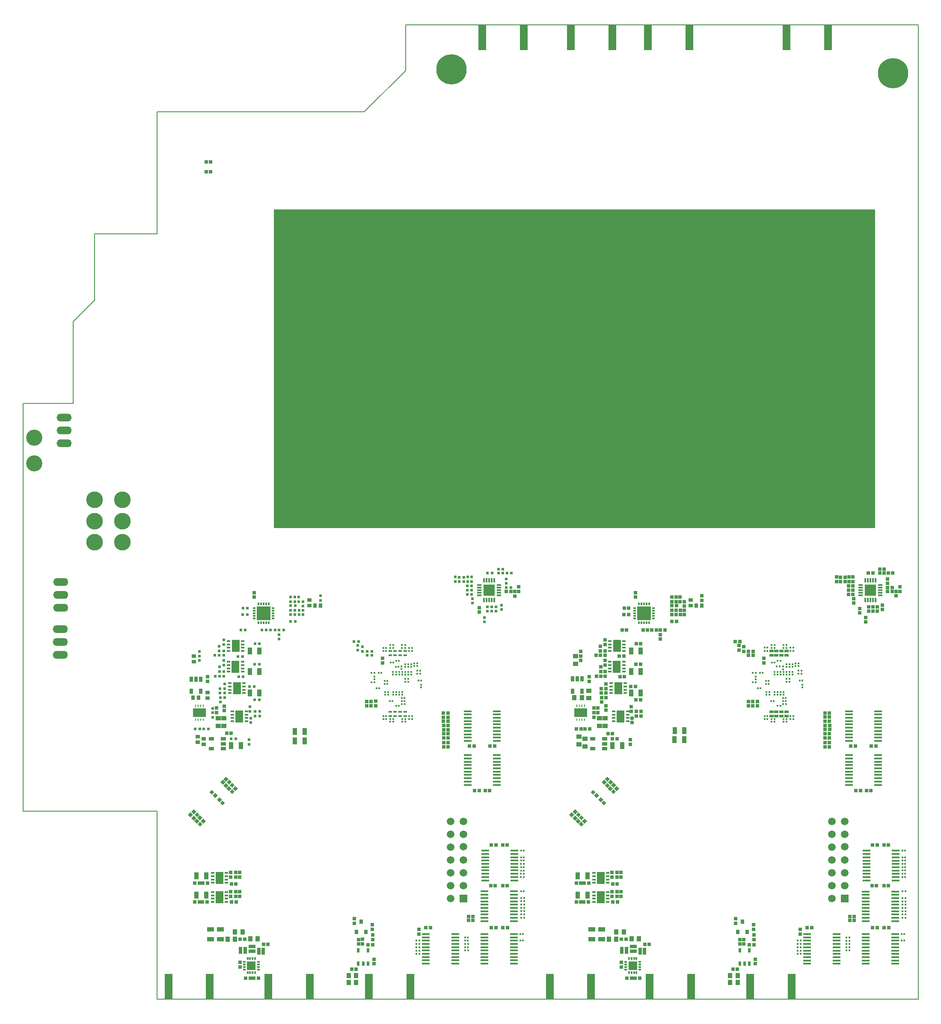
<source format=gbs>
G04 #@! TF.FileFunction,Soldermask,Bot*
%FSLAX46Y46*%
G04 Gerber Fmt 4.6, Leading zero omitted, Abs format (unit mm)*
G04 Created by KiCad (PCBNEW 4.0.7-e2-6376~61~ubuntu18.04.1) date Mon May 30 11:29:29 2022*
%MOMM*%
%LPD*%
G01*
G04 APERTURE LIST*
%ADD10C,0.150000*%
%ADD11C,0.200000*%
%ADD12C,1.500000*%
%ADD13R,1.500000X1.500000*%
%ADD14R,1.500000X0.450000*%
%ADD15R,1.000000X0.700000*%
%ADD16R,0.693420X0.693420*%
%ADD17R,0.899160X1.399540*%
%ADD18R,0.750000X0.400000*%
%ADD19R,1.600000X2.350000*%
%ADD20C,0.250000*%
%ADD21R,0.250000X0.400000*%
%ADD22R,2.540000X1.700000*%
%ADD23R,0.998120X0.898120*%
%ADD24R,0.898120X0.998120*%
%ADD25R,0.650000X0.300000*%
%ADD26R,0.798500X0.897560*%
%ADD27R,0.897560X0.798500*%
%ADD28R,0.595300X0.595300*%
%ADD29R,0.299720X0.949960*%
%ADD30R,0.949960X0.299720*%
%ADD31R,2.250440X2.250440*%
%ADD32R,0.350000X0.300000*%
%ADD33R,0.300000X0.350000*%
%ADD34R,0.657860X0.355600*%
%ADD35R,0.495300X0.495300*%
%ADD36R,0.855980X0.553720*%
%ADD37R,0.500000X0.300000*%
%ADD38R,0.300000X0.600000*%
%ADD39R,1.750000X1.750000*%
%ADD40R,1.399540X0.899160*%
%ADD41R,0.600000X0.900000*%
%ADD42R,0.800000X0.900000*%
%ADD43R,1.496060X5.000000*%
%ADD44O,2.994660X1.524000*%
%ADD45C,3.198120*%
%ADD46C,3.298120*%
%ADD47R,0.700000X1.000000*%
%ADD48R,0.350000X0.600000*%
%ADD49R,0.600000X0.350000*%
%ADD50R,2.800000X2.800000*%
%ADD51C,5.000000*%
%ADD52C,6.000000*%
%ADD53C,0.254000*%
G04 APERTURE END LIST*
D10*
D11*
X63390000Y-111490000D02*
X63390000Y-87350000D01*
X50960000Y-111490000D02*
X63390000Y-111490000D01*
X50960000Y-124590000D02*
X50960000Y-111490000D01*
X46770000Y-128780000D02*
X50960000Y-124590000D01*
X46770000Y-145000000D02*
X46770000Y-128780000D01*
X36820000Y-145000000D02*
X46770000Y-145000000D01*
X63390000Y-225550000D02*
X63390000Y-262740000D01*
X36820000Y-225550000D02*
X63390000Y-225550000D01*
X36820000Y-145000000D02*
X36820000Y-225550000D01*
X104330000Y-87350000D02*
X63390000Y-87350000D01*
X112510000Y-79170000D02*
X104330000Y-87350000D01*
X112510000Y-70160000D02*
X112510000Y-79170000D01*
X213990000Y-70160000D02*
X112510000Y-70160000D01*
X213990000Y-262740000D02*
X213990000Y-70160000D01*
X63390000Y-262740000D02*
X213990000Y-262740000D01*
D12*
X196870000Y-227590000D03*
X196870000Y-230130000D03*
X196870000Y-232670000D03*
X196870000Y-235210000D03*
X196870000Y-237750000D03*
X196870000Y-240290000D03*
X196870000Y-242830000D03*
X199410000Y-227590000D03*
X199410000Y-230130000D03*
X199410000Y-232640000D03*
X199410000Y-235210000D03*
X199410000Y-237750000D03*
X199410000Y-240290000D03*
D13*
X199410000Y-242830000D03*
D12*
X121430000Y-227590000D03*
X121430000Y-230130000D03*
X121430000Y-232670000D03*
X121430000Y-235210000D03*
X121430000Y-237750000D03*
X121430000Y-240290000D03*
X121430000Y-242830000D03*
X123970000Y-227590000D03*
X123970000Y-230130000D03*
X123970000Y-232640000D03*
X123970000Y-235210000D03*
X123970000Y-237750000D03*
X123970000Y-240290000D03*
D13*
X123970000Y-242830000D03*
D14*
X116530000Y-249885000D03*
X116530000Y-255735000D03*
X122330000Y-255735000D03*
X122330000Y-249885000D03*
X116530000Y-250535000D03*
X116530000Y-251185000D03*
X116530000Y-251835000D03*
X116530000Y-252485000D03*
X116530000Y-253135000D03*
X116530000Y-253785000D03*
X116530000Y-254435000D03*
X116530000Y-255085000D03*
X122330000Y-255085000D03*
X122330000Y-254435000D03*
X122330000Y-253785000D03*
X122330000Y-253135000D03*
X122330000Y-250535000D03*
X122330000Y-251185000D03*
X122330000Y-251835000D03*
X122330000Y-252485000D03*
D15*
X149540000Y-211300000D03*
X149540000Y-213200000D03*
X151940000Y-213200000D03*
X151940000Y-211300000D03*
X151940000Y-212250000D03*
X74090000Y-211310000D03*
X74090000Y-213210000D03*
X76490000Y-213210000D03*
X76490000Y-211310000D03*
X76490000Y-212260000D03*
D16*
X155230420Y-250870000D03*
X156129580Y-250870000D03*
D10*
G36*
X153578729Y-219849897D02*
X153088407Y-220340219D01*
X152598085Y-219849897D01*
X153088407Y-219359575D01*
X153578729Y-219849897D01*
X153578729Y-219849897D01*
G37*
G36*
X152942927Y-219214095D02*
X152452605Y-219704417D01*
X151962283Y-219214095D01*
X152452605Y-218723773D01*
X152942927Y-219214095D01*
X152942927Y-219214095D01*
G37*
D17*
X159062500Y-193900000D03*
X157157500Y-193900000D03*
X159052500Y-198000000D03*
X157147500Y-198000000D03*
D16*
X151109580Y-194800000D03*
X150210420Y-194800000D03*
X152010000Y-192609580D03*
X152010000Y-191710420D03*
X151110000Y-193899580D03*
X151110000Y-193000420D03*
X151990000Y-193900420D03*
X151990000Y-194799580D03*
X155719580Y-194970000D03*
X154820420Y-194970000D03*
X159059580Y-192440000D03*
X158160420Y-192440000D03*
X159039580Y-196550000D03*
X158140420Y-196550000D03*
D18*
X155725000Y-193905000D03*
X155725000Y-193255000D03*
X155725000Y-192605000D03*
X155725000Y-191955000D03*
X152975000Y-191955000D03*
X152975000Y-192605000D03*
X152975000Y-193255000D03*
X152975000Y-193905000D03*
D19*
X154350000Y-192930000D03*
D18*
X155705000Y-198005000D03*
X155705000Y-197355000D03*
X155705000Y-196705000D03*
X155705000Y-196055000D03*
X152955000Y-196055000D03*
X152955000Y-196705000D03*
X152955000Y-197355000D03*
X152955000Y-198005000D03*
D19*
X154330000Y-197030000D03*
D16*
X151189580Y-198890000D03*
X150290420Y-198890000D03*
X152010000Y-196699580D03*
X152010000Y-195800420D03*
X151190000Y-197979580D03*
X151190000Y-197080420D03*
X152010000Y-198000420D03*
X152010000Y-198899580D03*
X155839580Y-199030000D03*
X154940420Y-199030000D03*
D20*
X146900000Y-207345000D03*
D21*
X146900000Y-207545000D03*
X146400000Y-207545000D03*
D20*
X146400000Y-207345000D03*
X147400000Y-207345000D03*
D21*
X147400000Y-207545000D03*
X147900000Y-207545000D03*
D20*
X147900000Y-207345000D03*
X147900000Y-204895000D03*
D21*
X147900000Y-204695000D03*
X147400000Y-204695000D03*
D20*
X147400000Y-204895000D03*
X146400000Y-204895000D03*
D21*
X146400000Y-204695000D03*
X146900000Y-204695000D03*
D20*
X146900000Y-204895000D03*
D22*
X147150000Y-206120000D03*
D16*
X147190000Y-194909580D03*
X147190000Y-194010420D03*
X147190000Y-194910420D03*
X147190000Y-195809580D03*
X146330420Y-209320000D03*
X147229580Y-209320000D03*
X148040420Y-209330000D03*
X148939580Y-209330000D03*
D17*
X155372500Y-212610000D03*
X153467500Y-212610000D03*
D23*
X146120000Y-194920000D03*
X146120000Y-196420000D03*
X148780000Y-201760000D03*
X148780000Y-203260000D03*
X148040000Y-211300000D03*
X148040000Y-212800000D03*
D24*
X145940000Y-203170000D03*
X147440000Y-203170000D03*
D16*
X153470420Y-211310000D03*
X154369580Y-211310000D03*
D23*
X146810000Y-212380000D03*
X146810000Y-210880000D03*
D16*
X156980000Y-212339580D03*
X156980000Y-211440420D03*
D18*
X153715000Y-205865000D03*
X153715000Y-206515000D03*
X153715000Y-207165000D03*
X153715000Y-207815000D03*
X156465000Y-207815000D03*
X156465000Y-207165000D03*
X156465000Y-206515000D03*
X156465000Y-205865000D03*
D19*
X155090000Y-206840000D03*
D16*
X159150000Y-205850420D03*
X159150000Y-206749580D03*
X157310000Y-207170420D03*
X157310000Y-208069580D03*
X158210000Y-205860420D03*
X158210000Y-206759580D03*
X149820000Y-206109580D03*
X149820000Y-205210420D03*
X149820000Y-206110420D03*
X149820000Y-207009580D03*
X157160000Y-205859580D03*
X157160000Y-204960420D03*
D23*
X152020000Y-207190000D03*
X152020000Y-208690000D03*
X150870000Y-207190000D03*
X150870000Y-208690000D03*
D18*
X155965000Y-202245000D03*
X155965000Y-201595000D03*
X155965000Y-200945000D03*
X155965000Y-200295000D03*
X153215000Y-200295000D03*
X153215000Y-200945000D03*
X153215000Y-201595000D03*
X153215000Y-202245000D03*
D19*
X154590000Y-201270000D03*
D16*
X150590000Y-206109580D03*
X150590000Y-205210420D03*
X151290000Y-203110420D03*
X151290000Y-204009580D03*
X152170000Y-201349580D03*
X152170000Y-200450420D03*
X151280000Y-202249580D03*
X151280000Y-201350420D03*
D17*
X159042500Y-202240000D03*
X157137500Y-202240000D03*
D16*
X152180000Y-202250420D03*
X152180000Y-203149580D03*
X157120420Y-200910000D03*
X158019580Y-200910000D03*
X159029580Y-203590000D03*
X158130420Y-203590000D03*
D14*
X206050000Y-220375000D03*
X206050000Y-219725000D03*
X206050000Y-219075000D03*
X206050000Y-218425000D03*
X206050000Y-217775000D03*
X206050000Y-217125000D03*
X206050000Y-216475000D03*
X206050000Y-215825000D03*
X206050000Y-215175000D03*
X206050000Y-214525000D03*
X200250000Y-214525000D03*
X200250000Y-215175000D03*
X200250000Y-215825000D03*
X200250000Y-216475000D03*
X200250000Y-217125000D03*
X200250000Y-220375000D03*
X200250000Y-219725000D03*
X200250000Y-219075000D03*
X200250000Y-218425000D03*
X200250000Y-217775000D03*
X128150000Y-241455000D03*
X128150000Y-242105000D03*
X128150000Y-242755000D03*
X128150000Y-243405000D03*
X128150000Y-244055000D03*
X128150000Y-244705000D03*
X128150000Y-245355000D03*
X128150000Y-246005000D03*
X128150000Y-246655000D03*
X128150000Y-247305000D03*
X133950000Y-247305000D03*
X133950000Y-246655000D03*
X133950000Y-246005000D03*
X133950000Y-245355000D03*
X133950000Y-244705000D03*
X133950000Y-241455000D03*
X133950000Y-242105000D03*
X133950000Y-242755000D03*
X133950000Y-243405000D03*
X133950000Y-244055000D03*
D17*
X71147500Y-242170000D03*
X73052500Y-242170000D03*
D19*
X79650000Y-206840000D03*
D25*
X78275000Y-207165000D03*
X78275000Y-206515000D03*
X78275000Y-205865000D03*
X78275000Y-207815480D03*
X81025000Y-207815480D03*
X81025000Y-205864760D03*
X81025000Y-206515000D03*
X81025000Y-207165000D03*
D19*
X79150000Y-201270000D03*
D25*
X80525000Y-200945000D03*
X80525000Y-201595000D03*
X80525000Y-202245000D03*
X80525000Y-200294520D03*
X77775000Y-200294520D03*
X77775000Y-202245240D03*
X77775000Y-201595000D03*
X77775000Y-200945000D03*
D19*
X78890000Y-197030000D03*
D25*
X80265000Y-196705000D03*
X80265000Y-197355000D03*
X80265000Y-198005000D03*
X80265000Y-196054520D03*
X77515000Y-196054520D03*
X77515000Y-198005240D03*
X77515000Y-197355000D03*
X77515000Y-196705000D03*
D19*
X78910000Y-192930000D03*
D25*
X80285000Y-192605000D03*
X80285000Y-193255000D03*
X80285000Y-193905000D03*
X80285000Y-191954520D03*
X77535000Y-191954520D03*
X77535000Y-193905240D03*
X77535000Y-193255000D03*
X77535000Y-192605000D03*
D17*
X83612500Y-198000000D03*
X81707500Y-198000000D03*
X83622500Y-193900000D03*
X81717500Y-193900000D03*
X79932500Y-212610000D03*
X78027500Y-212610000D03*
X92562500Y-211680000D03*
X90657500Y-211680000D03*
X92542500Y-209860000D03*
X90637500Y-209860000D03*
X83602500Y-202240000D03*
X81697500Y-202240000D03*
D26*
X70503900Y-203170000D03*
X71596100Y-203170000D03*
D27*
X70680000Y-194923900D03*
X70680000Y-196016100D03*
X73340000Y-202163900D03*
X73340000Y-203256100D03*
X71370000Y-211966100D03*
X71370000Y-210873900D03*
X72600000Y-211303900D03*
X72600000Y-212396100D03*
D28*
X81720000Y-205859580D03*
X81720000Y-204960420D03*
X76740000Y-202250420D03*
X76740000Y-203149580D03*
X76570000Y-198000420D03*
X76570000Y-198899580D03*
X76550000Y-193900420D03*
X76550000Y-194799580D03*
X81680420Y-200910000D03*
X82579580Y-200910000D03*
X81870000Y-207170420D03*
X81870000Y-208069580D03*
X76570000Y-196699580D03*
X76570000Y-195800420D03*
X83599580Y-196550000D03*
X82700420Y-196550000D03*
X80389580Y-199020000D03*
X79490420Y-199020000D03*
X83710000Y-205850420D03*
X83710000Y-206749580D03*
X75669580Y-194800000D03*
X74770420Y-194800000D03*
X83619580Y-192440000D03*
X82720420Y-192440000D03*
X80279580Y-194980000D03*
X79380420Y-194980000D03*
X70890420Y-209320000D03*
X71789580Y-209320000D03*
X72600420Y-209330000D03*
X73499580Y-209330000D03*
X74380000Y-206110420D03*
X74380000Y-207009580D03*
X74380000Y-206119580D03*
X74380000Y-205220420D03*
X71750000Y-194910420D03*
X71750000Y-195809580D03*
X71750000Y-194909580D03*
X71750000Y-194010420D03*
X76570000Y-192609580D03*
X76570000Y-191710420D03*
X82770000Y-205860420D03*
X82770000Y-206759580D03*
X75670000Y-193899580D03*
X75670000Y-193000420D03*
X75750000Y-197979580D03*
X75750000Y-197080420D03*
X75840000Y-202249580D03*
X75840000Y-201350420D03*
X76730000Y-201349580D03*
X76730000Y-200450420D03*
X83589580Y-203590000D03*
X82690420Y-203590000D03*
X81540000Y-212339580D03*
X81540000Y-211440420D03*
X75850000Y-203110420D03*
X75850000Y-204009580D03*
X75749580Y-198890000D03*
X74850420Y-198890000D03*
X78020420Y-211310000D03*
X78919580Y-211310000D03*
D29*
X130060600Y-179949600D03*
X129562760Y-179949600D03*
X129062380Y-179949600D03*
X128562000Y-179949600D03*
X128061620Y-179949600D03*
D30*
X127142140Y-180869080D03*
X127142140Y-181369460D03*
X127142140Y-181869840D03*
X127142140Y-182370220D03*
X127142140Y-182868060D03*
D29*
X128061620Y-183800240D03*
X128562000Y-183800240D03*
X129062380Y-183800240D03*
X129562760Y-183800240D03*
X130060600Y-183800240D03*
D30*
X130992780Y-182878220D03*
X130992780Y-182380380D03*
X130992780Y-181880000D03*
X130992780Y-181379620D03*
X130992780Y-180879240D03*
D31*
X129070000Y-181880000D03*
D28*
X133479580Y-178520000D03*
X132580420Y-178520000D03*
X131799580Y-177740000D03*
X130900420Y-177740000D03*
X131799580Y-178510000D03*
X130900420Y-178510000D03*
X132470420Y-181390000D03*
X133369580Y-181390000D03*
X125770000Y-184459580D03*
X125770000Y-183560420D03*
X124710420Y-181880000D03*
X125609580Y-181880000D03*
X129570000Y-185170420D03*
X129570000Y-186069580D03*
X130430000Y-185170420D03*
X130430000Y-186069580D03*
X128740000Y-185170420D03*
X128740000Y-186069580D03*
X124700420Y-181050000D03*
X125599580Y-181050000D03*
X129619580Y-178530000D03*
X128720420Y-178530000D03*
X132470000Y-180579580D03*
X132470000Y-179680420D03*
X131530000Y-185719580D03*
X131530000Y-184820420D03*
X124710420Y-182720000D03*
X125609580Y-182720000D03*
X122340000Y-180199580D03*
X122340000Y-179300420D03*
X124039580Y-180210000D03*
X123140420Y-180210000D03*
X124059580Y-179320000D03*
X123160420Y-179320000D03*
X124830000Y-180209580D03*
X124830000Y-179310420D03*
X125610000Y-180209580D03*
X125610000Y-179310420D03*
X128120000Y-188169580D03*
X128120000Y-187270420D03*
X91400000Y-183250420D03*
X91400000Y-184149580D03*
X90620000Y-186739580D03*
X90620000Y-185840420D03*
X91440000Y-186739580D03*
X91440000Y-185840420D03*
X89790000Y-185830420D03*
X89790000Y-186729580D03*
X88399580Y-189790000D03*
X87500420Y-189790000D03*
X84959580Y-189790000D03*
X84060420Y-189790000D03*
X95670000Y-183030420D03*
X95670000Y-183929580D03*
X86699580Y-189790000D03*
X85800420Y-189790000D03*
X87500000Y-190670420D03*
X87500000Y-191569580D03*
X89790420Y-188040000D03*
X90689580Y-188040000D03*
X90689580Y-184980000D03*
X89790420Y-184980000D03*
X80340420Y-185450000D03*
X81239580Y-185450000D03*
X81229580Y-186740000D03*
X80330420Y-186740000D03*
X104009144Y-193994995D03*
X104009144Y-193095835D03*
X103026164Y-193730835D03*
X103026164Y-192831675D03*
X90580000Y-184159580D03*
X90580000Y-183260420D03*
X89790000Y-184149580D03*
X89790000Y-183250420D03*
X80819580Y-189740000D03*
X79920420Y-189740000D03*
X92250000Y-186739580D03*
X92250000Y-185840420D03*
X92260000Y-184150420D03*
X92260000Y-185049580D03*
D26*
X95676100Y-184910000D03*
X94583900Y-184910000D03*
D27*
X93520000Y-184906100D03*
X93520000Y-183813900D03*
D32*
X110071584Y-193295175D03*
X110071584Y-192745175D03*
X109472144Y-193295175D03*
X109472144Y-192745175D03*
X110084284Y-207360335D03*
X110084284Y-207910335D03*
D33*
X111230504Y-204767675D03*
X110680504Y-204767675D03*
X115049304Y-199728315D03*
X115599304Y-199728315D03*
X107306204Y-201254855D03*
X106756204Y-201254855D03*
X108379364Y-200428375D03*
X108929364Y-200428375D03*
X108379364Y-199828375D03*
X108929364Y-199828375D03*
D32*
X112438864Y-207362875D03*
X112438864Y-207912875D03*
D33*
X113795904Y-207373715D03*
X113245904Y-207373715D03*
X108662564Y-206771735D03*
X108112564Y-206771735D03*
X113245904Y-206769195D03*
X113795904Y-206769195D03*
D32*
X109482304Y-207360335D03*
X109482304Y-207910335D03*
X111839424Y-207360335D03*
X111839424Y-207910335D03*
D34*
X110442424Y-206774275D03*
X110442424Y-205910675D03*
X109487384Y-206774275D03*
X109487384Y-205910675D03*
X111476204Y-206771735D03*
X111476204Y-205908135D03*
X112436324Y-206771735D03*
X112436324Y-205908135D03*
D33*
X111779364Y-203813135D03*
X112329364Y-203813135D03*
X111779364Y-203213135D03*
X112329364Y-203213135D03*
X111787944Y-204442555D03*
X112337944Y-204442555D03*
D32*
X110054364Y-202588135D03*
X110054364Y-202038135D03*
X110654364Y-202588135D03*
X110654364Y-202038135D03*
X111254364Y-202588135D03*
X111254364Y-202038135D03*
X111854364Y-202588135D03*
X111854364Y-202038135D03*
D33*
X109929364Y-203813135D03*
X109379364Y-203813135D03*
D32*
X108454364Y-202588135D03*
X108454364Y-202038135D03*
X109054364Y-202588135D03*
X109054364Y-202038135D03*
X106351824Y-199503375D03*
X106351824Y-198953375D03*
D33*
X106326824Y-200128375D03*
X105776824Y-200128375D03*
X105776824Y-198228375D03*
X106326824Y-198228375D03*
X107176824Y-198228375D03*
X107726824Y-198228375D03*
D16*
X107944204Y-196260175D03*
X107944204Y-195361015D03*
D32*
X111826044Y-193295095D03*
X111826044Y-192745095D03*
X112426044Y-193295095D03*
X112426044Y-192745095D03*
D33*
X108112584Y-193284155D03*
X108662584Y-193284155D03*
X113797744Y-193284155D03*
X113247744Y-193284155D03*
X108662564Y-193886315D03*
X108112564Y-193886315D03*
X113247744Y-193884155D03*
X113797744Y-193884155D03*
D32*
X112444204Y-197085595D03*
X112444204Y-196535595D03*
D33*
X115419204Y-198410595D03*
X114869204Y-198410595D03*
X115419204Y-197810595D03*
X114869204Y-197810595D03*
D32*
X114244204Y-196885595D03*
X114244204Y-196335595D03*
X114844204Y-196885595D03*
X114844204Y-196335595D03*
D33*
X113019204Y-200010595D03*
X112469204Y-200010595D03*
X113019204Y-199410595D03*
X112469204Y-199410595D03*
D32*
X111244204Y-198035595D03*
X111244204Y-198585595D03*
X111844204Y-198035595D03*
X111844204Y-198585595D03*
X110644204Y-198035595D03*
X110644204Y-198585595D03*
X110044204Y-198035595D03*
X110044204Y-198585595D03*
D33*
X110119204Y-196210595D03*
X109569204Y-196210595D03*
D32*
X111744204Y-197485595D03*
X111744204Y-196935595D03*
D33*
X110569204Y-197010595D03*
X111119204Y-197010595D03*
D32*
X113644204Y-198035595D03*
X113644204Y-198585595D03*
X113644204Y-197085595D03*
X113644204Y-196535595D03*
X113044204Y-198035595D03*
X113044204Y-198585595D03*
X113044204Y-197085595D03*
X113044204Y-196535595D03*
X112444204Y-198035595D03*
X112444204Y-198585595D03*
D34*
X112423624Y-193883775D03*
X112423624Y-194747375D03*
X111466044Y-193883775D03*
X111466044Y-194747375D03*
X110433484Y-193884155D03*
X110433484Y-194747755D03*
X109474684Y-193883775D03*
X109474684Y-194747375D03*
D32*
X115555444Y-200565835D03*
X115555444Y-201115835D03*
D33*
X108112564Y-207371175D03*
X108662564Y-207371175D03*
X110675424Y-195885295D03*
X111225424Y-195885295D03*
D35*
X104941324Y-194764615D03*
X105840484Y-194764615D03*
X102335284Y-192046815D03*
X103234444Y-192046815D03*
X104941324Y-193989915D03*
X105840484Y-193989915D03*
D32*
X190290000Y-196885000D03*
X190290000Y-196335000D03*
X189690000Y-196885000D03*
X189690000Y-196335000D03*
X187890000Y-198035000D03*
X187890000Y-198585000D03*
X187890000Y-197085000D03*
X187890000Y-196535000D03*
X188490000Y-198035000D03*
X188490000Y-198585000D03*
D33*
X182625000Y-198230000D03*
X183175000Y-198230000D03*
D32*
X183900000Y-202585000D03*
X183900000Y-202035000D03*
X188490000Y-197085000D03*
X188490000Y-196535000D03*
X184500000Y-202585000D03*
X184500000Y-202035000D03*
X189090000Y-198035000D03*
X189090000Y-198585000D03*
X189090000Y-197085000D03*
X189090000Y-196535000D03*
D33*
X181775000Y-200130000D03*
X181225000Y-200130000D03*
D32*
X187290000Y-198035000D03*
X187290000Y-198585000D03*
X186690000Y-198035000D03*
X186690000Y-198585000D03*
D33*
X183825000Y-199830000D03*
X184375000Y-199830000D03*
D32*
X187300000Y-202585000D03*
X187300000Y-202035000D03*
D33*
X183825000Y-200430000D03*
X184375000Y-200430000D03*
D32*
X186090000Y-198035000D03*
X186090000Y-198585000D03*
X186700000Y-202585000D03*
X186700000Y-202035000D03*
X185490000Y-198035000D03*
X185490000Y-198585000D03*
X186100000Y-202585000D03*
X186100000Y-202035000D03*
D33*
X186125000Y-195880000D03*
X186675000Y-195880000D03*
X188465000Y-200010000D03*
X187915000Y-200010000D03*
D32*
X185500000Y-202585000D03*
X185500000Y-202035000D03*
D33*
X188465000Y-199410000D03*
X187915000Y-199410000D03*
X186675000Y-204770000D03*
X186125000Y-204770000D03*
X190865000Y-197810000D03*
X190315000Y-197810000D03*
X190865000Y-198410000D03*
X190315000Y-198410000D03*
X185375000Y-203810000D03*
X184825000Y-203810000D03*
X181225000Y-198230000D03*
X181775000Y-198230000D03*
X185565000Y-196210000D03*
X185015000Y-196210000D03*
D32*
X187190000Y-197545000D03*
X187190000Y-196995000D03*
X181800000Y-199505000D03*
X181800000Y-198955000D03*
D33*
X187235000Y-204440000D03*
X187785000Y-204440000D03*
X187225000Y-203810000D03*
X187775000Y-203810000D03*
X187225000Y-203210000D03*
X187775000Y-203210000D03*
X182755000Y-201250000D03*
X182205000Y-201250000D03*
D16*
X183390000Y-196259580D03*
X183390000Y-195360420D03*
D32*
X184930000Y-207355000D03*
X184930000Y-207905000D03*
X187290000Y-207355000D03*
X187290000Y-207905000D03*
X185530000Y-207355000D03*
X185530000Y-207905000D03*
D33*
X183555000Y-193280000D03*
X184105000Y-193280000D03*
X183565000Y-207370000D03*
X184115000Y-207370000D03*
X189245000Y-207370000D03*
X188695000Y-207370000D03*
D36*
X184940000Y-206771800D03*
X184940000Y-205908200D03*
X186920000Y-206771800D03*
X186920000Y-205908200D03*
X185890000Y-206771800D03*
X185890000Y-205908200D03*
X187880000Y-206771800D03*
X187880000Y-205908200D03*
D33*
X184105000Y-193890000D03*
X183555000Y-193890000D03*
X184115000Y-206770000D03*
X183565000Y-206770000D03*
X188695000Y-206770000D03*
X189245000Y-206770000D03*
D16*
X73349580Y-239770000D03*
X72450420Y-239770000D03*
D33*
X190495000Y-199740000D03*
X191045000Y-199740000D03*
D16*
X180390420Y-194760000D03*
X181289580Y-194760000D03*
X178470000Y-193729580D03*
X178470000Y-192830420D03*
X177780420Y-192040000D03*
X178679580Y-192040000D03*
D32*
X184920000Y-193295000D03*
X184920000Y-192745000D03*
X187270000Y-193285000D03*
X187270000Y-192735000D03*
X185520000Y-193285000D03*
X185520000Y-192735000D03*
X187890000Y-207355000D03*
X187890000Y-207905000D03*
X187870000Y-193285000D03*
X187870000Y-192735000D03*
X191000000Y-200565000D03*
X191000000Y-201115000D03*
D33*
X189245000Y-193280000D03*
X188695000Y-193280000D03*
D36*
X185880000Y-193878200D03*
X185880000Y-194741800D03*
X187870000Y-193878200D03*
X187870000Y-194741800D03*
X184920000Y-193878200D03*
X184920000Y-194741800D03*
X186910000Y-193878200D03*
X186910000Y-194741800D03*
D16*
X179460000Y-193989580D03*
X179460000Y-193090420D03*
X180390420Y-193990000D03*
X181289580Y-193990000D03*
D33*
X188695000Y-193880000D03*
X189245000Y-193880000D03*
D29*
X205500600Y-179949600D03*
X205002760Y-179949600D03*
X204502380Y-179949600D03*
X204002000Y-179949600D03*
X203501620Y-179949600D03*
D30*
X202582140Y-180869080D03*
X202582140Y-181369460D03*
X202582140Y-181869840D03*
X202582140Y-182370220D03*
X202582140Y-182868060D03*
D29*
X203501620Y-183800240D03*
X204002000Y-183800240D03*
X204502380Y-183800240D03*
X205002760Y-183800240D03*
X205500600Y-183800240D03*
D30*
X206432780Y-182878220D03*
X206432780Y-182380380D03*
X206432780Y-181880000D03*
X206432780Y-181379620D03*
X206432780Y-180879240D03*
D31*
X204510000Y-181880000D03*
D16*
X197780000Y-180199580D03*
X197780000Y-179300420D03*
X200270000Y-180209580D03*
X200270000Y-179310420D03*
X201050000Y-180209580D03*
X201050000Y-179310420D03*
X201049580Y-181880000D03*
X200150420Y-181880000D03*
X201210000Y-183560420D03*
X201210000Y-184459580D03*
X208809580Y-181390000D03*
X207910420Y-181390000D03*
X160399580Y-189790000D03*
X159500420Y-189790000D03*
X205020000Y-185180420D03*
X205020000Y-186079580D03*
X204979580Y-178530000D03*
X204080420Y-178530000D03*
X207239580Y-178510000D03*
X206340420Y-178510000D03*
X208919580Y-178520000D03*
X208020420Y-178520000D03*
X163839580Y-189790000D03*
X162940420Y-189790000D03*
X207910000Y-179680420D03*
X207910000Y-180579580D03*
X199479580Y-180210000D03*
X198580420Y-180210000D03*
X199499580Y-179320000D03*
X198600420Y-179320000D03*
X200150420Y-182720000D03*
X201049580Y-182720000D03*
X206890000Y-185719580D03*
X206890000Y-184820420D03*
X200150420Y-181050000D03*
X201049580Y-181050000D03*
X203560000Y-187270420D03*
X203560000Y-188169580D03*
X162139580Y-189790000D03*
X161240420Y-189790000D03*
X156259580Y-189740000D03*
X155360420Y-189740000D03*
X205870000Y-186069580D03*
X205870000Y-185170420D03*
X204180000Y-186069580D03*
X204180000Y-185170420D03*
X207239580Y-177740000D03*
X206340420Y-177740000D03*
X162940000Y-190670420D03*
X162940000Y-191569580D03*
X156669580Y-186740000D03*
X155770420Y-186740000D03*
X155780420Y-185450000D03*
X156679580Y-185450000D03*
X171110000Y-183929580D03*
X171110000Y-183030420D03*
X165230000Y-184149580D03*
X165230000Y-183250420D03*
X166020000Y-184149580D03*
X166020000Y-183250420D03*
X166840000Y-184149580D03*
X166840000Y-183250420D03*
X165230000Y-186729580D03*
X165230000Y-185830420D03*
X166060000Y-186729580D03*
X166060000Y-185830420D03*
X166880000Y-186729580D03*
X166880000Y-185830420D03*
X165230420Y-188040000D03*
X166129580Y-188040000D03*
X167700000Y-184150420D03*
X167700000Y-185049580D03*
X167690000Y-186739580D03*
X167690000Y-185840420D03*
X166129580Y-184980000D03*
X165230420Y-184980000D03*
D27*
X168960000Y-184906100D03*
X168960000Y-183813900D03*
D26*
X171116100Y-184910000D03*
X170023900Y-184910000D03*
D16*
X70850420Y-239770000D03*
X71749580Y-239770000D03*
D17*
X71147500Y-238370000D03*
X73052500Y-238370000D03*
D16*
X78900000Y-237720420D03*
X78900000Y-238619580D03*
X78949580Y-239970000D03*
X78050420Y-239970000D03*
X70850420Y-243520000D03*
X71749580Y-243520000D03*
X73249580Y-243520000D03*
X72350420Y-243520000D03*
X77900000Y-241520420D03*
X77900000Y-242419580D03*
X77900000Y-237720420D03*
X77900000Y-238619580D03*
X78900000Y-241520420D03*
X78900000Y-242419580D03*
X78999580Y-243520000D03*
X78100420Y-243520000D03*
D18*
X74325000Y-237795000D03*
X74325000Y-238445000D03*
X74325000Y-239095000D03*
X74325000Y-239745000D03*
X77075000Y-239745000D03*
X77075000Y-239095000D03*
X77075000Y-238445000D03*
X77075000Y-237795000D03*
D19*
X75700000Y-238770000D03*
D18*
X74325000Y-241595000D03*
X74325000Y-242245000D03*
X74325000Y-242895000D03*
X74325000Y-243545000D03*
X77075000Y-243545000D03*
X77075000Y-242895000D03*
X77075000Y-242245000D03*
X77075000Y-241595000D03*
D19*
X75700000Y-242570000D03*
D16*
X146290420Y-239770000D03*
X147189580Y-239770000D03*
X146290420Y-243520000D03*
X147189580Y-243520000D03*
X148789580Y-239770000D03*
X147890420Y-239770000D03*
X148689580Y-243520000D03*
X147790420Y-243520000D03*
X153340000Y-241520420D03*
X153340000Y-242419580D03*
X153340000Y-237720420D03*
X153340000Y-238619580D03*
D17*
X146587500Y-242170000D03*
X148492500Y-242170000D03*
D16*
X79700000Y-241520420D03*
X79700000Y-242419580D03*
X79700000Y-237720420D03*
X79700000Y-238619580D03*
X154340000Y-241520420D03*
X154340000Y-242419580D03*
X154439580Y-243520000D03*
X153540420Y-243520000D03*
X154340000Y-237720420D03*
X154340000Y-238619580D03*
X154389580Y-239970000D03*
X153490420Y-239970000D03*
X155140000Y-241520420D03*
X155140000Y-242419580D03*
X155140000Y-237720420D03*
X155140000Y-238619580D03*
D18*
X149765000Y-237795000D03*
X149765000Y-238445000D03*
X149765000Y-239095000D03*
X149765000Y-239745000D03*
X152515000Y-239745000D03*
X152515000Y-239095000D03*
X152515000Y-238445000D03*
X152515000Y-237795000D03*
D19*
X151140000Y-238770000D03*
D18*
X149765000Y-241595000D03*
X149765000Y-242245000D03*
X149765000Y-242895000D03*
X149765000Y-243545000D03*
X152515000Y-243545000D03*
X152515000Y-242895000D03*
X152515000Y-242245000D03*
X152515000Y-241595000D03*
D19*
X151140000Y-242570000D03*
D16*
X132679580Y-248590000D03*
X131780420Y-248590000D03*
X129510420Y-248590000D03*
X130409580Y-248590000D03*
X132649580Y-240300000D03*
X131750420Y-240300000D03*
X129380420Y-240280000D03*
X130279580Y-240280000D03*
X116550420Y-248640000D03*
X117449580Y-248640000D03*
X132649580Y-232270000D03*
X131750420Y-232270000D03*
X129500420Y-232290000D03*
X130399580Y-232290000D03*
D33*
X135215000Y-249890000D03*
X135765000Y-249890000D03*
X135215000Y-251190000D03*
X135765000Y-251190000D03*
X124325000Y-253130000D03*
X124875000Y-253130000D03*
X115235000Y-253790000D03*
X114685000Y-253790000D03*
X135405000Y-241450000D03*
X135955000Y-241450000D03*
X135425000Y-242750000D03*
X135975000Y-242750000D03*
X135415000Y-243400000D03*
X135965000Y-243400000D03*
X135425000Y-244050000D03*
X135975000Y-244050000D03*
X135425000Y-244700000D03*
X135975000Y-244700000D03*
X135415000Y-245350000D03*
X135965000Y-245350000D03*
X135415000Y-246000000D03*
X135965000Y-246000000D03*
X135425000Y-246650000D03*
X135975000Y-246650000D03*
X124315000Y-250530000D03*
X124865000Y-250530000D03*
X124315000Y-251190000D03*
X124865000Y-251190000D03*
X124325000Y-251840000D03*
X124875000Y-251840000D03*
X124315000Y-252500000D03*
X124865000Y-252500000D03*
X135375000Y-233400000D03*
X135925000Y-233400000D03*
X135375000Y-234700000D03*
X135925000Y-234700000D03*
X135375000Y-235350000D03*
X135925000Y-235350000D03*
X135365000Y-236000000D03*
X135915000Y-236000000D03*
X135375000Y-236650000D03*
X135925000Y-236650000D03*
X135375000Y-237310000D03*
X135925000Y-237310000D03*
X135365000Y-237960000D03*
X135915000Y-237960000D03*
X135365000Y-238600000D03*
X135915000Y-238600000D03*
X115235000Y-251190000D03*
X114685000Y-251190000D03*
X115235000Y-251840000D03*
X114685000Y-251840000D03*
X115235000Y-252490000D03*
X114685000Y-252490000D03*
X115235000Y-253140000D03*
X114685000Y-253140000D03*
D16*
X115140000Y-249879580D03*
X115140000Y-248980420D03*
D14*
X128130000Y-249885000D03*
X128130000Y-250535000D03*
X128130000Y-251185000D03*
X128130000Y-251835000D03*
X128130000Y-252485000D03*
X128130000Y-253135000D03*
X128130000Y-253785000D03*
X128130000Y-254435000D03*
X128130000Y-255085000D03*
X128130000Y-255735000D03*
X133930000Y-255735000D03*
X133930000Y-255085000D03*
X133930000Y-254435000D03*
X133930000Y-253785000D03*
X133930000Y-253135000D03*
X133930000Y-249885000D03*
X133930000Y-250535000D03*
X133930000Y-251185000D03*
X133930000Y-251835000D03*
X133930000Y-252485000D03*
X128280000Y-233405000D03*
X128280000Y-234055000D03*
X128280000Y-234705000D03*
X128280000Y-235355000D03*
X128280000Y-236005000D03*
X128280000Y-236655000D03*
X128280000Y-237305000D03*
X128280000Y-237955000D03*
X128280000Y-238605000D03*
X128280000Y-239255000D03*
X134080000Y-239255000D03*
X134080000Y-238605000D03*
X134080000Y-237955000D03*
X134080000Y-237305000D03*
X134080000Y-236655000D03*
X134080000Y-233405000D03*
X134080000Y-234055000D03*
X134080000Y-234705000D03*
X134080000Y-235355000D03*
X134080000Y-236005000D03*
D16*
X201630420Y-221480000D03*
X202529580Y-221480000D03*
X201539580Y-212700000D03*
X200640420Y-212700000D03*
X204609580Y-221480000D03*
X203710420Y-221480000D03*
X204660420Y-212710000D03*
X205559580Y-212710000D03*
D10*
G36*
X76828223Y-223937901D02*
X76337901Y-224428223D01*
X75847579Y-223937901D01*
X76337901Y-223447579D01*
X76828223Y-223937901D01*
X76828223Y-223937901D01*
G37*
G36*
X76192421Y-223302099D02*
X75702099Y-223792421D01*
X75211777Y-223302099D01*
X75702099Y-222811777D01*
X76192421Y-223302099D01*
X76192421Y-223302099D01*
G37*
G36*
X73721777Y-221822099D02*
X74212099Y-221331777D01*
X74702421Y-221822099D01*
X74212099Y-222312421D01*
X73721777Y-221822099D01*
X73721777Y-221822099D01*
G37*
G36*
X74357579Y-222457901D02*
X74847901Y-221967579D01*
X75338223Y-222457901D01*
X74847901Y-222948223D01*
X74357579Y-222457901D01*
X74357579Y-222457901D01*
G37*
G36*
X77741777Y-220442099D02*
X78232099Y-219951777D01*
X78722421Y-220442099D01*
X78232099Y-220932421D01*
X77741777Y-220442099D01*
X77741777Y-220442099D01*
G37*
G36*
X78377579Y-221077901D02*
X78867901Y-220587579D01*
X79358223Y-221077901D01*
X78867901Y-221568223D01*
X78377579Y-221077901D01*
X78377579Y-221077901D01*
G37*
G36*
X78128223Y-219847901D02*
X77637901Y-220338223D01*
X77147579Y-219847901D01*
X77637901Y-219357579D01*
X78128223Y-219847901D01*
X78128223Y-219847901D01*
G37*
G36*
X77492421Y-219212099D02*
X77002099Y-219702421D01*
X76511777Y-219212099D01*
X77002099Y-218721777D01*
X77492421Y-219212099D01*
X77492421Y-219212099D01*
G37*
G36*
X70731777Y-227512099D02*
X71222099Y-227021777D01*
X71712421Y-227512099D01*
X71222099Y-228002421D01*
X70731777Y-227512099D01*
X70731777Y-227512099D01*
G37*
G36*
X71367579Y-228147901D02*
X71857901Y-227657579D01*
X72348223Y-228147901D01*
X71857901Y-228638223D01*
X71367579Y-228147901D01*
X71367579Y-228147901D01*
G37*
G36*
X71108223Y-226917901D02*
X70617901Y-227408223D01*
X70127579Y-226917901D01*
X70617901Y-226427579D01*
X71108223Y-226917901D01*
X71108223Y-226917901D01*
G37*
G36*
X70472421Y-226282099D02*
X69982099Y-226772421D01*
X69491777Y-226282099D01*
X69982099Y-225791777D01*
X70472421Y-226282099D01*
X70472421Y-226282099D01*
G37*
D24*
X101270000Y-259460000D03*
X102770000Y-259460000D03*
X101270000Y-258100000D03*
X102770000Y-258100000D03*
D16*
X101860420Y-256860000D03*
X102759580Y-256860000D03*
X105130420Y-251970000D03*
X106029580Y-251970000D03*
X79790420Y-250870000D03*
X80689580Y-250870000D03*
X81780000Y-252360420D03*
X81780000Y-253259580D03*
X82460000Y-252360420D03*
X82460000Y-253259580D03*
X80799580Y-252720000D03*
X79900420Y-252720000D03*
X84389580Y-252910000D03*
X83490420Y-252910000D03*
X80799580Y-253420000D03*
X79900420Y-253420000D03*
X84389580Y-253600000D03*
X83490420Y-253600000D03*
X79800000Y-255460420D03*
X79800000Y-256359580D03*
D10*
G36*
X149162140Y-221816248D02*
X149652462Y-221325926D01*
X150142784Y-221816248D01*
X149652462Y-222306570D01*
X149162140Y-221816248D01*
X149162140Y-221816248D01*
G37*
G36*
X149797942Y-222452050D02*
X150288264Y-221961728D01*
X150778586Y-222452050D01*
X150288264Y-222942372D01*
X149797942Y-222452050D01*
X149797942Y-222452050D01*
G37*
D24*
X176710000Y-259460000D03*
X178210000Y-259460000D03*
D10*
G36*
X152270581Y-223929904D02*
X151780259Y-224420226D01*
X151289937Y-223929904D01*
X151780259Y-223439582D01*
X152270581Y-223929904D01*
X152270581Y-223929904D01*
G37*
G36*
X151634779Y-223294102D02*
X151144457Y-223784424D01*
X150654135Y-223294102D01*
X151144457Y-222803780D01*
X151634779Y-223294102D01*
X151634779Y-223294102D01*
G37*
D24*
X176710000Y-258090000D03*
X178210000Y-258090000D03*
D10*
G36*
X153185578Y-220451532D02*
X153675900Y-219961210D01*
X154166222Y-220451532D01*
X153675900Y-220941854D01*
X153185578Y-220451532D01*
X153185578Y-220451532D01*
G37*
G36*
X153821380Y-221087334D02*
X154311702Y-220597012D01*
X154802024Y-221087334D01*
X154311702Y-221577656D01*
X153821380Y-221087334D01*
X153821380Y-221087334D01*
G37*
D16*
X177300420Y-256860000D03*
X178199580Y-256860000D03*
X180560420Y-251970000D03*
X181459580Y-251970000D03*
D10*
G36*
X146171078Y-227508458D02*
X146661400Y-227018136D01*
X147151722Y-227508458D01*
X146661400Y-227998780D01*
X146171078Y-227508458D01*
X146171078Y-227508458D01*
G37*
G36*
X146806880Y-228144260D02*
X147297202Y-227653938D01*
X147787524Y-228144260D01*
X147297202Y-228634582D01*
X146806880Y-228144260D01*
X146806880Y-228144260D01*
G37*
G36*
X146550088Y-226920965D02*
X146059766Y-227411287D01*
X145569444Y-226920965D01*
X146059766Y-226430643D01*
X146550088Y-226920965D01*
X146550088Y-226920965D01*
G37*
G36*
X145914286Y-226285163D02*
X145423964Y-226775485D01*
X144933642Y-226285163D01*
X145423964Y-225794841D01*
X145914286Y-226285163D01*
X145914286Y-226285163D01*
G37*
D16*
X157220000Y-252360420D03*
X157220000Y-253259580D03*
X157900000Y-252360420D03*
X157900000Y-253259580D03*
X156239580Y-252720000D03*
X155340420Y-252720000D03*
X159829580Y-252910000D03*
X158930420Y-252910000D03*
X156239580Y-253420000D03*
X155340420Y-253420000D03*
X159829580Y-253600000D03*
X158930420Y-253600000D03*
X155240000Y-255470420D03*
X155240000Y-256369580D03*
X208094580Y-232275000D03*
X207195420Y-232275000D03*
X208094580Y-240295000D03*
X207195420Y-240295000D03*
X208124580Y-248585000D03*
X207225420Y-248585000D03*
X204945420Y-232285000D03*
X205844580Y-232285000D03*
X204825420Y-240275000D03*
X205724580Y-240275000D03*
X204945420Y-248585000D03*
X205844580Y-248585000D03*
X191995420Y-248645000D03*
X192894580Y-248645000D03*
D37*
X80620000Y-255370000D03*
X80620000Y-255870000D03*
X80620000Y-256370000D03*
X80620000Y-256870000D03*
D38*
X81270000Y-257520000D03*
X81770000Y-257520000D03*
X82270000Y-257520000D03*
X82770000Y-257520000D03*
D37*
X83420000Y-256870000D03*
X83420000Y-256370000D03*
X83420000Y-255870000D03*
X83420000Y-255370000D03*
D38*
X82770000Y-254720000D03*
X82270000Y-254720000D03*
X81770000Y-254720000D03*
X81270000Y-254720000D03*
D39*
X82020000Y-256120000D03*
D37*
X156070000Y-255370000D03*
X156070000Y-255870000D03*
X156070000Y-256370000D03*
X156070000Y-256870000D03*
D38*
X156720000Y-257520000D03*
X157220000Y-257520000D03*
X157720000Y-257520000D03*
X158220000Y-257520000D03*
D37*
X158870000Y-256870000D03*
X158870000Y-256370000D03*
X158870000Y-255870000D03*
X158870000Y-255370000D03*
D38*
X158220000Y-254720000D03*
X157720000Y-254720000D03*
X157220000Y-254720000D03*
X156720000Y-254720000D03*
D39*
X157470000Y-256120000D03*
D16*
X196409580Y-206160000D03*
X195510420Y-206160000D03*
X196409580Y-206980000D03*
X195510420Y-206980000D03*
X196409580Y-207800000D03*
X195510420Y-207800000D03*
X196419580Y-208630000D03*
X195520420Y-208630000D03*
X196419580Y-209450000D03*
X195520420Y-209450000D03*
X196409580Y-210260000D03*
X195510420Y-210260000D03*
X196409580Y-211140000D03*
X195510420Y-211140000D03*
X196409580Y-212000000D03*
X195510420Y-212000000D03*
X196409580Y-212880000D03*
X195510420Y-212880000D03*
D10*
G36*
X75881777Y-219852099D02*
X76372099Y-219361777D01*
X76862421Y-219852099D01*
X76372099Y-220342421D01*
X75881777Y-219852099D01*
X75881777Y-219852099D01*
G37*
G36*
X76517579Y-220487901D02*
X77007901Y-219997579D01*
X77498223Y-220487901D01*
X77007901Y-220978223D01*
X76517579Y-220487901D01*
X76517579Y-220487901D01*
G37*
G36*
X72968223Y-227517901D02*
X72477901Y-228008223D01*
X71987579Y-227517901D01*
X72477901Y-227027579D01*
X72968223Y-227517901D01*
X72968223Y-227517901D01*
G37*
G36*
X72332421Y-226882099D02*
X71842099Y-227372421D01*
X71351777Y-226882099D01*
X71842099Y-226391777D01*
X72332421Y-226882099D01*
X72332421Y-226882099D01*
G37*
G36*
X70131777Y-225652099D02*
X70622099Y-225161777D01*
X71112421Y-225652099D01*
X70622099Y-226142421D01*
X70131777Y-225652099D01*
X70131777Y-225652099D01*
G37*
G36*
X70767579Y-226287901D02*
X71257901Y-225797579D01*
X71748223Y-226287901D01*
X71257901Y-226778223D01*
X70767579Y-226287901D01*
X70767579Y-226287901D01*
G37*
D16*
X106250000Y-255739580D03*
X106250000Y-254840420D03*
X104020000Y-251829580D03*
X104020000Y-250930420D03*
X103200000Y-250940420D03*
X103200000Y-251839580D03*
X105990000Y-250060420D03*
X105990000Y-250959580D03*
X105940000Y-248020420D03*
X105940000Y-248919580D03*
D40*
X73960000Y-250872500D03*
X73960000Y-248967500D03*
X75880000Y-250872500D03*
X75880000Y-248967500D03*
D24*
X77290000Y-250870000D03*
X78790000Y-250870000D03*
X78780000Y-249460000D03*
X80280000Y-249460000D03*
X81780000Y-250840000D03*
X83280000Y-250840000D03*
D16*
X81789580Y-258630000D03*
X80890420Y-258630000D03*
X83409580Y-258630000D03*
X82510420Y-258630000D03*
D10*
G36*
X154158555Y-221716659D02*
X153668233Y-222206981D01*
X153177911Y-221716659D01*
X153668233Y-221226337D01*
X154158555Y-221716659D01*
X154158555Y-221716659D01*
G37*
G36*
X153522753Y-221080857D02*
X153032431Y-221571179D01*
X152542109Y-221080857D01*
X153032431Y-220590535D01*
X153522753Y-221080857D01*
X153522753Y-221080857D01*
G37*
G36*
X151325886Y-219850492D02*
X151816208Y-219360170D01*
X152306530Y-219850492D01*
X151816208Y-220340814D01*
X151325886Y-219850492D01*
X151325886Y-219850492D01*
G37*
G36*
X151961688Y-220486294D02*
X152452010Y-219995972D01*
X152942332Y-220486294D01*
X152452010Y-220976616D01*
X151961688Y-220486294D01*
X151961688Y-220486294D01*
G37*
D16*
X181690000Y-255739580D03*
X181690000Y-254840420D03*
X179460000Y-251839580D03*
X179460000Y-250940420D03*
X178640000Y-250940420D03*
X178640000Y-251839580D03*
D10*
G36*
X148416849Y-227514935D02*
X147926527Y-228005257D01*
X147436205Y-227514935D01*
X147926527Y-227024613D01*
X148416849Y-227514935D01*
X148416849Y-227514935D01*
G37*
G36*
X147781047Y-226879133D02*
X147290725Y-227369455D01*
X146800403Y-226879133D01*
X147290725Y-226388811D01*
X147781047Y-226879133D01*
X147781047Y-226879133D01*
G37*
G36*
X145570038Y-225648767D02*
X146060360Y-225158445D01*
X146550682Y-225648767D01*
X146060360Y-226139089D01*
X145570038Y-225648767D01*
X145570038Y-225648767D01*
G37*
G36*
X146205840Y-226284569D02*
X146696162Y-225794247D01*
X147186484Y-226284569D01*
X146696162Y-226774891D01*
X146205840Y-226284569D01*
X146205840Y-226284569D01*
G37*
D16*
X181430000Y-250060420D03*
X181430000Y-250959580D03*
X181380000Y-248020420D03*
X181380000Y-248919580D03*
D40*
X149400000Y-250872500D03*
X149400000Y-248967500D03*
X151330000Y-250872500D03*
X151330000Y-248967500D03*
D24*
X152730000Y-250870000D03*
X154230000Y-250870000D03*
X154230000Y-249460000D03*
X155730000Y-249460000D03*
X157220000Y-250840000D03*
X158720000Y-250840000D03*
D16*
X157229580Y-258630000D03*
X156330420Y-258630000D03*
X158849580Y-258630000D03*
X157950420Y-258630000D03*
D33*
X210820000Y-233405000D03*
X211370000Y-233405000D03*
X210820000Y-234705000D03*
X211370000Y-234705000D03*
X210810000Y-235355000D03*
X211360000Y-235355000D03*
X210810000Y-236005000D03*
X211360000Y-236005000D03*
X210810000Y-236655000D03*
X211360000Y-236655000D03*
X210810000Y-237305000D03*
X211360000Y-237305000D03*
X210810000Y-237965000D03*
X211360000Y-237965000D03*
X210810000Y-238605000D03*
X211360000Y-238605000D03*
X210850000Y-241455000D03*
X211400000Y-241455000D03*
X210860000Y-242755000D03*
X211410000Y-242755000D03*
X210860000Y-243405000D03*
X211410000Y-243405000D03*
X210860000Y-244055000D03*
X211410000Y-244055000D03*
X210860000Y-244705000D03*
X211410000Y-244705000D03*
X210860000Y-245355000D03*
X211410000Y-245355000D03*
X210860000Y-246005000D03*
X211410000Y-246005000D03*
X210860000Y-246655000D03*
X211410000Y-246655000D03*
X210655000Y-249890000D03*
X211205000Y-249890000D03*
X210655000Y-251190000D03*
X211205000Y-251190000D03*
X199760000Y-250535000D03*
X200310000Y-250535000D03*
X199760000Y-251195000D03*
X200310000Y-251195000D03*
X199760000Y-251845000D03*
X200310000Y-251845000D03*
X199760000Y-252495000D03*
X200310000Y-252495000D03*
X199760000Y-253135000D03*
X200310000Y-253135000D03*
D16*
X190585000Y-249884580D03*
X190585000Y-248985420D03*
D14*
X206050000Y-211685000D03*
X206050000Y-211035000D03*
X206050000Y-210385000D03*
X206050000Y-209735000D03*
X206050000Y-209085000D03*
X206050000Y-208435000D03*
X206050000Y-207785000D03*
X206050000Y-207135000D03*
X206050000Y-206485000D03*
X206050000Y-205835000D03*
X200250000Y-205835000D03*
X200250000Y-206485000D03*
X200250000Y-207135000D03*
X200250000Y-207785000D03*
X200250000Y-208435000D03*
X200250000Y-211685000D03*
X200250000Y-211035000D03*
X200250000Y-210385000D03*
X200250000Y-209735000D03*
X200250000Y-209085000D03*
D41*
X105090000Y-253130000D03*
X103190000Y-253130000D03*
X103190000Y-255730000D03*
X104140000Y-255730000D03*
X105090000Y-255730000D03*
X180540000Y-253130000D03*
X178640000Y-253130000D03*
X178640000Y-255730000D03*
X179590000Y-255730000D03*
X180540000Y-255730000D03*
D14*
X203725000Y-233410000D03*
X203725000Y-234060000D03*
X203725000Y-234710000D03*
X203725000Y-235360000D03*
X203725000Y-236010000D03*
X203725000Y-236660000D03*
X203725000Y-237310000D03*
X203725000Y-237960000D03*
X203725000Y-238610000D03*
X203725000Y-239260000D03*
X209525000Y-239260000D03*
X209525000Y-238610000D03*
X209525000Y-237960000D03*
X209525000Y-237310000D03*
X209525000Y-236660000D03*
X209525000Y-233410000D03*
X209525000Y-234060000D03*
X209525000Y-234710000D03*
X209525000Y-235360000D03*
X209525000Y-236010000D03*
X203595000Y-241460000D03*
X203595000Y-242110000D03*
X203595000Y-242760000D03*
X203595000Y-243410000D03*
X203595000Y-244060000D03*
X203595000Y-244710000D03*
X203595000Y-245360000D03*
X203595000Y-246010000D03*
X203595000Y-246660000D03*
X203595000Y-247310000D03*
X209395000Y-247310000D03*
X209395000Y-246660000D03*
X209395000Y-246010000D03*
X209395000Y-245360000D03*
X209395000Y-244710000D03*
X209395000Y-241460000D03*
X209395000Y-242110000D03*
X209395000Y-242760000D03*
X209395000Y-243410000D03*
X209395000Y-244060000D03*
X203575000Y-249890000D03*
X203575000Y-250540000D03*
X203575000Y-251190000D03*
X203575000Y-251840000D03*
X203575000Y-252490000D03*
X203575000Y-253140000D03*
X203575000Y-253790000D03*
X203575000Y-254440000D03*
X203575000Y-255090000D03*
X203575000Y-255740000D03*
X209375000Y-255740000D03*
X209375000Y-255090000D03*
X209375000Y-254440000D03*
X209375000Y-253790000D03*
X209375000Y-253140000D03*
X209375000Y-249890000D03*
X209375000Y-250540000D03*
X209375000Y-251190000D03*
X209375000Y-251840000D03*
X209375000Y-252490000D03*
X191975000Y-249890000D03*
X191975000Y-255740000D03*
X197775000Y-255740000D03*
X197775000Y-249890000D03*
X191975000Y-250540000D03*
X191975000Y-251190000D03*
X191975000Y-251840000D03*
X191975000Y-252490000D03*
X191975000Y-253140000D03*
X191975000Y-253790000D03*
X191975000Y-254440000D03*
X191975000Y-255090000D03*
X197775000Y-255090000D03*
X197775000Y-254440000D03*
X197775000Y-253790000D03*
X197775000Y-253140000D03*
X197775000Y-250540000D03*
X197775000Y-251190000D03*
X197775000Y-251840000D03*
X197775000Y-252490000D03*
D42*
X102790000Y-249440000D03*
X104690000Y-249440000D03*
X103740000Y-247440000D03*
X178230000Y-249430000D03*
X180130000Y-249430000D03*
X179180000Y-247430000D03*
D10*
G36*
X78718223Y-221717901D02*
X78227901Y-222208223D01*
X77737579Y-221717901D01*
X78227901Y-221227579D01*
X78718223Y-221717901D01*
X78718223Y-221717901D01*
G37*
G36*
X78082421Y-221082099D02*
X77592099Y-221572421D01*
X77101777Y-221082099D01*
X77592099Y-220591777D01*
X78082421Y-221082099D01*
X78082421Y-221082099D01*
G37*
D23*
X75430000Y-207190000D03*
X75430000Y-208690000D03*
D16*
X126190420Y-221480000D03*
X127089580Y-221480000D03*
X126099580Y-212700000D03*
X125200420Y-212700000D03*
X129169580Y-221480000D03*
X128270420Y-221480000D03*
X129220420Y-212710000D03*
X130119580Y-212710000D03*
X120939704Y-206179815D03*
X120040544Y-206179815D03*
X120939704Y-206999815D03*
X120040544Y-206999815D03*
X120939704Y-207819815D03*
X120040544Y-207819815D03*
X120959704Y-208649815D03*
X120060544Y-208649815D03*
X120959704Y-209469815D03*
X120060544Y-209469815D03*
X120969580Y-210260000D03*
X120070420Y-210260000D03*
X120969580Y-211140000D03*
X120070420Y-211140000D03*
X120969580Y-212000000D03*
X120070420Y-212000000D03*
X120969580Y-212880000D03*
X120070420Y-212880000D03*
D14*
X130610000Y-220375000D03*
X130610000Y-219725000D03*
X130610000Y-219075000D03*
X130610000Y-218425000D03*
X130610000Y-217775000D03*
X130610000Y-217125000D03*
X130610000Y-216475000D03*
X130610000Y-215825000D03*
X130610000Y-215175000D03*
X130610000Y-214525000D03*
X124810000Y-214525000D03*
X124810000Y-215175000D03*
X124810000Y-215825000D03*
X124810000Y-216475000D03*
X124810000Y-217125000D03*
X124810000Y-220375000D03*
X124810000Y-219725000D03*
X124810000Y-219075000D03*
X124810000Y-218425000D03*
X124810000Y-217775000D03*
X130610000Y-211685000D03*
X130610000Y-211035000D03*
X130610000Y-210385000D03*
X130610000Y-209735000D03*
X130610000Y-209085000D03*
X130610000Y-208435000D03*
X130610000Y-207785000D03*
X130610000Y-207135000D03*
X130610000Y-206485000D03*
X130610000Y-205835000D03*
X124810000Y-205835000D03*
X124810000Y-206485000D03*
X124810000Y-207135000D03*
X124810000Y-207785000D03*
X124810000Y-208435000D03*
X124810000Y-211685000D03*
X124810000Y-211035000D03*
X124810000Y-210385000D03*
X124810000Y-209735000D03*
X124810000Y-209085000D03*
D23*
X76580000Y-207190000D03*
X76580000Y-208690000D03*
D16*
X75150000Y-206109580D03*
X75150000Y-205210420D03*
X76680000Y-205709580D03*
X76680000Y-204810420D03*
D43*
X180680000Y-260220000D03*
X188880000Y-260220000D03*
D16*
X82610000Y-182380420D03*
X82610000Y-183279580D03*
X158050000Y-182380420D03*
X158050000Y-183279580D03*
D20*
X71460000Y-207345000D03*
D21*
X71460000Y-207545000D03*
X70960000Y-207545000D03*
D20*
X70960000Y-207345000D03*
X71960000Y-207345000D03*
D21*
X71960000Y-207545000D03*
X72460000Y-207545000D03*
D20*
X72460000Y-207345000D03*
X72460000Y-204895000D03*
D21*
X72460000Y-204695000D03*
X71960000Y-204695000D03*
D20*
X71960000Y-204895000D03*
X70960000Y-204895000D03*
D21*
X70960000Y-204695000D03*
X71460000Y-204695000D03*
D20*
X71460000Y-204895000D03*
D22*
X71710000Y-206120000D03*
D43*
X168660000Y-72660000D03*
X160460000Y-72660000D03*
X196120000Y-72660000D03*
X187920000Y-72660000D03*
X141050000Y-260220000D03*
X149250000Y-260220000D03*
X160820000Y-260220000D03*
X169020000Y-260220000D03*
D16*
X177850000Y-246830420D03*
X177850000Y-247729580D03*
X159840420Y-251910000D03*
X160739580Y-251910000D03*
X200410420Y-246370000D03*
X201309580Y-246370000D03*
D33*
X190675000Y-251190000D03*
X190125000Y-251190000D03*
X190675000Y-251840000D03*
X190125000Y-251840000D03*
X190675000Y-252490000D03*
X190125000Y-252490000D03*
X190675000Y-253140000D03*
X190125000Y-253140000D03*
X190675000Y-253790000D03*
X190125000Y-253790000D03*
D17*
X146587500Y-238370000D03*
X148492500Y-238370000D03*
D16*
X200410420Y-247140000D03*
X201309580Y-247140000D03*
X208809580Y-182130000D03*
X207910420Y-182130000D03*
X210320000Y-181230420D03*
X210320000Y-182129580D03*
X73065420Y-99195000D03*
X73964580Y-99195000D03*
X73065420Y-97185000D03*
X73964580Y-97185000D03*
D44*
X44260000Y-189575000D03*
X44260000Y-194655000D03*
X44260000Y-192115000D03*
D43*
X153420000Y-72660000D03*
X145220000Y-72660000D03*
X85380000Y-260220000D03*
X93580000Y-260220000D03*
X105240000Y-260220000D03*
X113440000Y-260220000D03*
X65610000Y-260220000D03*
X73810000Y-260220000D03*
X135890000Y-72660000D03*
X127690000Y-72660000D03*
D44*
X44270000Y-185345000D03*
X44270000Y-180265000D03*
X44270000Y-182805000D03*
X45020000Y-147765000D03*
X45020000Y-152845000D03*
X45020000Y-150305000D03*
D45*
X39040000Y-156870000D03*
X39040000Y-151790000D03*
D46*
X56490000Y-164040000D03*
X56490000Y-168240000D03*
X56490000Y-172440000D03*
X50990000Y-164040000D03*
X50990000Y-168240000D03*
X50990000Y-172440000D03*
D16*
X127150000Y-185350420D03*
X127150000Y-186249580D03*
X209570000Y-183029580D03*
X209570000Y-182130420D03*
X202420000Y-186419580D03*
X202420000Y-185520420D03*
X102410000Y-246830420D03*
X102410000Y-247729580D03*
X84400420Y-251910000D03*
X85299580Y-251910000D03*
X124970420Y-246370000D03*
X125869580Y-246370000D03*
X124970420Y-247140000D03*
X125869580Y-247140000D03*
D17*
X167672500Y-209690000D03*
X165767500Y-209690000D03*
X167662500Y-211410000D03*
X165757500Y-211410000D03*
D16*
X152150000Y-205629580D03*
X152150000Y-204730420D03*
X133369580Y-182140000D03*
X132470420Y-182140000D03*
X134910000Y-181240420D03*
X134910000Y-182139580D03*
X134150000Y-183039580D03*
X134150000Y-182140420D03*
D33*
X185975000Y-197000000D03*
X186525000Y-197000000D03*
D16*
X105730000Y-203870420D03*
X105730000Y-204769580D03*
X106630000Y-204759580D03*
X106630000Y-203860420D03*
X104850000Y-203870420D03*
X104850000Y-204769580D03*
X181210000Y-203880420D03*
X181210000Y-204779580D03*
X182110000Y-204779580D03*
X182110000Y-203880420D03*
X180330000Y-203880420D03*
X180330000Y-204779580D03*
X77140420Y-210170000D03*
X78039580Y-210170000D03*
X73330000Y-199899580D03*
X73330000Y-199000420D03*
X152570420Y-210240000D03*
X153469580Y-210240000D03*
X148840000Y-199889580D03*
X148840000Y-198990420D03*
D47*
X70110000Y-201880000D03*
X72010000Y-201880000D03*
X72010000Y-199480000D03*
X70110000Y-199480000D03*
X71060000Y-199480000D03*
X145540000Y-201850000D03*
X147440000Y-201850000D03*
X147440000Y-199450000D03*
X145540000Y-199450000D03*
X146490000Y-199450000D03*
D48*
X83430000Y-188300000D03*
X83930000Y-188300000D03*
X84430000Y-188300000D03*
X84930000Y-188300000D03*
X85430000Y-188300000D03*
D49*
X86280000Y-187450000D03*
X86280000Y-186950000D03*
X86280000Y-186450000D03*
X86280000Y-185950000D03*
X86280000Y-185450000D03*
D48*
X85430000Y-184600000D03*
X84930000Y-184600000D03*
X84430000Y-184600000D03*
X83930000Y-184600000D03*
X83430000Y-184600000D03*
D49*
X82580000Y-185450000D03*
X82580000Y-185950000D03*
X82580000Y-186450000D03*
X82580000Y-186950000D03*
X82580000Y-187450000D03*
D50*
X84430000Y-186450000D03*
D48*
X158730000Y-188300000D03*
X159230000Y-188300000D03*
X159730000Y-188300000D03*
X160230000Y-188300000D03*
X160730000Y-188300000D03*
D49*
X161580000Y-187450000D03*
X161580000Y-186950000D03*
X161580000Y-186450000D03*
X161580000Y-185950000D03*
X161580000Y-185450000D03*
D48*
X160730000Y-184600000D03*
X160230000Y-184600000D03*
X159730000Y-184600000D03*
X159230000Y-184600000D03*
X158730000Y-184600000D03*
D49*
X157880000Y-185450000D03*
X157880000Y-185950000D03*
X157880000Y-186450000D03*
X157880000Y-186950000D03*
X157880000Y-187450000D03*
D50*
X159730000Y-186450000D03*
D51*
X191650000Y-164730000D03*
X145930000Y-164730000D03*
X100210000Y-164730000D03*
X100210000Y-111390000D03*
X191650000Y-111390000D03*
X145930000Y-111390000D03*
D52*
X121600000Y-78900000D03*
X209000000Y-79700000D03*
D53*
G36*
X205273000Y-169473000D02*
X86527000Y-169473000D01*
X86527000Y-106727000D01*
X205273000Y-106727000D01*
X205273000Y-169473000D01*
X205273000Y-169473000D01*
G37*
X205273000Y-169473000D02*
X86527000Y-169473000D01*
X86527000Y-106727000D01*
X205273000Y-106727000D01*
X205273000Y-169473000D01*
M02*

</source>
